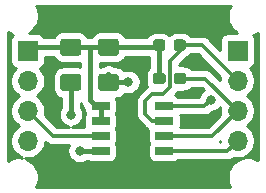
<source format=gbr>
G04 #@! TF.GenerationSoftware,KiCad,Pcbnew,5.1.5+dfsg1-2build2*
G04 #@! TF.CreationDate,2021-08-24T21:55:17+05:30*
G04 #@! TF.ProjectId,AS5600-Encoder-PCB,41533536-3030-42d4-956e-636f6465722d,rev?*
G04 #@! TF.SameCoordinates,Original*
G04 #@! TF.FileFunction,Copper,L1,Top*
G04 #@! TF.FilePolarity,Positive*
%FSLAX46Y46*%
G04 Gerber Fmt 4.6, Leading zero omitted, Abs format (unit mm)*
G04 Created by KiCad (PCBNEW 5.1.5+dfsg1-2build2) date 2021-08-24 21:55:17*
%MOMM*%
%LPD*%
G04 APERTURE LIST*
%ADD10C,0.100000*%
%ADD11O,1.700000X1.700000*%
%ADD12R,1.700000X1.700000*%
%ADD13R,1.500000X0.650000*%
%ADD14C,0.800000*%
%ADD15C,0.400000*%
%ADD16C,0.300000*%
%ADD17C,0.254000*%
G04 APERTURE END LIST*
G04 #@! TA.AperFunction,SMDPad,CuDef*
D10*
G36*
X206075779Y-150386144D02*
G01*
X206098834Y-150389563D01*
X206121443Y-150395227D01*
X206143387Y-150403079D01*
X206164457Y-150413044D01*
X206184448Y-150425026D01*
X206203168Y-150438910D01*
X206220438Y-150454562D01*
X206236090Y-150471832D01*
X206249974Y-150490552D01*
X206261956Y-150510543D01*
X206271921Y-150531613D01*
X206279773Y-150553557D01*
X206285437Y-150576166D01*
X206288856Y-150599221D01*
X206290000Y-150622500D01*
X206290000Y-151097500D01*
X206288856Y-151120779D01*
X206285437Y-151143834D01*
X206279773Y-151166443D01*
X206271921Y-151188387D01*
X206261956Y-151209457D01*
X206249974Y-151229448D01*
X206236090Y-151248168D01*
X206220438Y-151265438D01*
X206203168Y-151281090D01*
X206184448Y-151294974D01*
X206164457Y-151306956D01*
X206143387Y-151316921D01*
X206121443Y-151324773D01*
X206098834Y-151330437D01*
X206075779Y-151333856D01*
X206052500Y-151335000D01*
X205477500Y-151335000D01*
X205454221Y-151333856D01*
X205431166Y-151330437D01*
X205408557Y-151324773D01*
X205386613Y-151316921D01*
X205365543Y-151306956D01*
X205345552Y-151294974D01*
X205326832Y-151281090D01*
X205309562Y-151265438D01*
X205293910Y-151248168D01*
X205280026Y-151229448D01*
X205268044Y-151209457D01*
X205258079Y-151188387D01*
X205250227Y-151166443D01*
X205244563Y-151143834D01*
X205241144Y-151120779D01*
X205240000Y-151097500D01*
X205240000Y-150622500D01*
X205241144Y-150599221D01*
X205244563Y-150576166D01*
X205250227Y-150553557D01*
X205258079Y-150531613D01*
X205268044Y-150510543D01*
X205280026Y-150490552D01*
X205293910Y-150471832D01*
X205309562Y-150454562D01*
X205326832Y-150438910D01*
X205345552Y-150425026D01*
X205365543Y-150413044D01*
X205386613Y-150403079D01*
X205408557Y-150395227D01*
X205431166Y-150389563D01*
X205454221Y-150386144D01*
X205477500Y-150385000D01*
X206052500Y-150385000D01*
X206075779Y-150386144D01*
G37*
G04 #@! TD.AperFunction*
G04 #@! TA.AperFunction,SMDPad,CuDef*
G36*
X204325779Y-150386144D02*
G01*
X204348834Y-150389563D01*
X204371443Y-150395227D01*
X204393387Y-150403079D01*
X204414457Y-150413044D01*
X204434448Y-150425026D01*
X204453168Y-150438910D01*
X204470438Y-150454562D01*
X204486090Y-150471832D01*
X204499974Y-150490552D01*
X204511956Y-150510543D01*
X204521921Y-150531613D01*
X204529773Y-150553557D01*
X204535437Y-150576166D01*
X204538856Y-150599221D01*
X204540000Y-150622500D01*
X204540000Y-151097500D01*
X204538856Y-151120779D01*
X204535437Y-151143834D01*
X204529773Y-151166443D01*
X204521921Y-151188387D01*
X204511956Y-151209457D01*
X204499974Y-151229448D01*
X204486090Y-151248168D01*
X204470438Y-151265438D01*
X204453168Y-151281090D01*
X204434448Y-151294974D01*
X204414457Y-151306956D01*
X204393387Y-151316921D01*
X204371443Y-151324773D01*
X204348834Y-151330437D01*
X204325779Y-151333856D01*
X204302500Y-151335000D01*
X203727500Y-151335000D01*
X203704221Y-151333856D01*
X203681166Y-151330437D01*
X203658557Y-151324773D01*
X203636613Y-151316921D01*
X203615543Y-151306956D01*
X203595552Y-151294974D01*
X203576832Y-151281090D01*
X203559562Y-151265438D01*
X203543910Y-151248168D01*
X203530026Y-151229448D01*
X203518044Y-151209457D01*
X203508079Y-151188387D01*
X203500227Y-151166443D01*
X203494563Y-151143834D01*
X203491144Y-151120779D01*
X203490000Y-151097500D01*
X203490000Y-150622500D01*
X203491144Y-150599221D01*
X203494563Y-150576166D01*
X203500227Y-150553557D01*
X203508079Y-150531613D01*
X203518044Y-150510543D01*
X203530026Y-150490552D01*
X203543910Y-150471832D01*
X203559562Y-150454562D01*
X203576832Y-150438910D01*
X203595552Y-150425026D01*
X203615543Y-150413044D01*
X203636613Y-150403079D01*
X203658557Y-150395227D01*
X203681166Y-150389563D01*
X203704221Y-150386144D01*
X203727500Y-150385000D01*
X204302500Y-150385000D01*
X204325779Y-150386144D01*
G37*
G04 #@! TD.AperFunction*
G04 #@! TA.AperFunction,SMDPad,CuDef*
G36*
X206095779Y-153216144D02*
G01*
X206118834Y-153219563D01*
X206141443Y-153225227D01*
X206163387Y-153233079D01*
X206184457Y-153243044D01*
X206204448Y-153255026D01*
X206223168Y-153268910D01*
X206240438Y-153284562D01*
X206256090Y-153301832D01*
X206269974Y-153320552D01*
X206281956Y-153340543D01*
X206291921Y-153361613D01*
X206299773Y-153383557D01*
X206305437Y-153406166D01*
X206308856Y-153429221D01*
X206310000Y-153452500D01*
X206310000Y-153927500D01*
X206308856Y-153950779D01*
X206305437Y-153973834D01*
X206299773Y-153996443D01*
X206291921Y-154018387D01*
X206281956Y-154039457D01*
X206269974Y-154059448D01*
X206256090Y-154078168D01*
X206240438Y-154095438D01*
X206223168Y-154111090D01*
X206204448Y-154124974D01*
X206184457Y-154136956D01*
X206163387Y-154146921D01*
X206141443Y-154154773D01*
X206118834Y-154160437D01*
X206095779Y-154163856D01*
X206072500Y-154165000D01*
X205497500Y-154165000D01*
X205474221Y-154163856D01*
X205451166Y-154160437D01*
X205428557Y-154154773D01*
X205406613Y-154146921D01*
X205385543Y-154136956D01*
X205365552Y-154124974D01*
X205346832Y-154111090D01*
X205329562Y-154095438D01*
X205313910Y-154078168D01*
X205300026Y-154059448D01*
X205288044Y-154039457D01*
X205278079Y-154018387D01*
X205270227Y-153996443D01*
X205264563Y-153973834D01*
X205261144Y-153950779D01*
X205260000Y-153927500D01*
X205260000Y-153452500D01*
X205261144Y-153429221D01*
X205264563Y-153406166D01*
X205270227Y-153383557D01*
X205278079Y-153361613D01*
X205288044Y-153340543D01*
X205300026Y-153320552D01*
X205313910Y-153301832D01*
X205329562Y-153284562D01*
X205346832Y-153268910D01*
X205365552Y-153255026D01*
X205385543Y-153243044D01*
X205406613Y-153233079D01*
X205428557Y-153225227D01*
X205451166Y-153219563D01*
X205474221Y-153216144D01*
X205497500Y-153215000D01*
X206072500Y-153215000D01*
X206095779Y-153216144D01*
G37*
G04 #@! TD.AperFunction*
G04 #@! TA.AperFunction,SMDPad,CuDef*
G36*
X204345779Y-153216144D02*
G01*
X204368834Y-153219563D01*
X204391443Y-153225227D01*
X204413387Y-153233079D01*
X204434457Y-153243044D01*
X204454448Y-153255026D01*
X204473168Y-153268910D01*
X204490438Y-153284562D01*
X204506090Y-153301832D01*
X204519974Y-153320552D01*
X204531956Y-153340543D01*
X204541921Y-153361613D01*
X204549773Y-153383557D01*
X204555437Y-153406166D01*
X204558856Y-153429221D01*
X204560000Y-153452500D01*
X204560000Y-153927500D01*
X204558856Y-153950779D01*
X204555437Y-153973834D01*
X204549773Y-153996443D01*
X204541921Y-154018387D01*
X204531956Y-154039457D01*
X204519974Y-154059448D01*
X204506090Y-154078168D01*
X204490438Y-154095438D01*
X204473168Y-154111090D01*
X204454448Y-154124974D01*
X204434457Y-154136956D01*
X204413387Y-154146921D01*
X204391443Y-154154773D01*
X204368834Y-154160437D01*
X204345779Y-154163856D01*
X204322500Y-154165000D01*
X203747500Y-154165000D01*
X203724221Y-154163856D01*
X203701166Y-154160437D01*
X203678557Y-154154773D01*
X203656613Y-154146921D01*
X203635543Y-154136956D01*
X203615552Y-154124974D01*
X203596832Y-154111090D01*
X203579562Y-154095438D01*
X203563910Y-154078168D01*
X203550026Y-154059448D01*
X203538044Y-154039457D01*
X203528079Y-154018387D01*
X203520227Y-153996443D01*
X203514563Y-153973834D01*
X203511144Y-153950779D01*
X203510000Y-153927500D01*
X203510000Y-153452500D01*
X203511144Y-153429221D01*
X203514563Y-153406166D01*
X203520227Y-153383557D01*
X203528079Y-153361613D01*
X203538044Y-153340543D01*
X203550026Y-153320552D01*
X203563910Y-153301832D01*
X203579562Y-153284562D01*
X203596832Y-153268910D01*
X203615552Y-153255026D01*
X203635543Y-153243044D01*
X203656613Y-153233079D01*
X203678557Y-153225227D01*
X203701166Y-153219563D01*
X203724221Y-153216144D01*
X203747500Y-153215000D01*
X204322500Y-153215000D01*
X204345779Y-153216144D01*
G37*
G04 #@! TD.AperFunction*
D11*
X192890000Y-158970000D03*
X192890000Y-156430000D03*
X192890000Y-153890000D03*
D12*
X192890000Y-151350000D03*
G04 #@! TA.AperFunction,SMDPad,CuDef*
D10*
G36*
X197179504Y-153306204D02*
G01*
X197203773Y-153309804D01*
X197227571Y-153315765D01*
X197250671Y-153324030D01*
X197272849Y-153334520D01*
X197293893Y-153347133D01*
X197313598Y-153361747D01*
X197331777Y-153378223D01*
X197348253Y-153396402D01*
X197362867Y-153416107D01*
X197375480Y-153437151D01*
X197385970Y-153459329D01*
X197394235Y-153482429D01*
X197400196Y-153506227D01*
X197403796Y-153530496D01*
X197405000Y-153555000D01*
X197405000Y-154480000D01*
X197403796Y-154504504D01*
X197400196Y-154528773D01*
X197394235Y-154552571D01*
X197385970Y-154575671D01*
X197375480Y-154597849D01*
X197362867Y-154618893D01*
X197348253Y-154638598D01*
X197331777Y-154656777D01*
X197313598Y-154673253D01*
X197293893Y-154687867D01*
X197272849Y-154700480D01*
X197250671Y-154710970D01*
X197227571Y-154719235D01*
X197203773Y-154725196D01*
X197179504Y-154728796D01*
X197155000Y-154730000D01*
X195905000Y-154730000D01*
X195880496Y-154728796D01*
X195856227Y-154725196D01*
X195832429Y-154719235D01*
X195809329Y-154710970D01*
X195787151Y-154700480D01*
X195766107Y-154687867D01*
X195746402Y-154673253D01*
X195728223Y-154656777D01*
X195711747Y-154638598D01*
X195697133Y-154618893D01*
X195684520Y-154597849D01*
X195674030Y-154575671D01*
X195665765Y-154552571D01*
X195659804Y-154528773D01*
X195656204Y-154504504D01*
X195655000Y-154480000D01*
X195655000Y-153555000D01*
X195656204Y-153530496D01*
X195659804Y-153506227D01*
X195665765Y-153482429D01*
X195674030Y-153459329D01*
X195684520Y-153437151D01*
X195697133Y-153416107D01*
X195711747Y-153396402D01*
X195728223Y-153378223D01*
X195746402Y-153361747D01*
X195766107Y-153347133D01*
X195787151Y-153334520D01*
X195809329Y-153324030D01*
X195832429Y-153315765D01*
X195856227Y-153309804D01*
X195880496Y-153306204D01*
X195905000Y-153305000D01*
X197155000Y-153305000D01*
X197179504Y-153306204D01*
G37*
G04 #@! TD.AperFunction*
G04 #@! TA.AperFunction,SMDPad,CuDef*
G36*
X197179504Y-150331204D02*
G01*
X197203773Y-150334804D01*
X197227571Y-150340765D01*
X197250671Y-150349030D01*
X197272849Y-150359520D01*
X197293893Y-150372133D01*
X197313598Y-150386747D01*
X197331777Y-150403223D01*
X197348253Y-150421402D01*
X197362867Y-150441107D01*
X197375480Y-150462151D01*
X197385970Y-150484329D01*
X197394235Y-150507429D01*
X197400196Y-150531227D01*
X197403796Y-150555496D01*
X197405000Y-150580000D01*
X197405000Y-151505000D01*
X197403796Y-151529504D01*
X197400196Y-151553773D01*
X197394235Y-151577571D01*
X197385970Y-151600671D01*
X197375480Y-151622849D01*
X197362867Y-151643893D01*
X197348253Y-151663598D01*
X197331777Y-151681777D01*
X197313598Y-151698253D01*
X197293893Y-151712867D01*
X197272849Y-151725480D01*
X197250671Y-151735970D01*
X197227571Y-151744235D01*
X197203773Y-151750196D01*
X197179504Y-151753796D01*
X197155000Y-151755000D01*
X195905000Y-151755000D01*
X195880496Y-151753796D01*
X195856227Y-151750196D01*
X195832429Y-151744235D01*
X195809329Y-151735970D01*
X195787151Y-151725480D01*
X195766107Y-151712867D01*
X195746402Y-151698253D01*
X195728223Y-151681777D01*
X195711747Y-151663598D01*
X195697133Y-151643893D01*
X195684520Y-151622849D01*
X195674030Y-151600671D01*
X195665765Y-151577571D01*
X195659804Y-151553773D01*
X195656204Y-151529504D01*
X195655000Y-151505000D01*
X195655000Y-150580000D01*
X195656204Y-150555496D01*
X195659804Y-150531227D01*
X195665765Y-150507429D01*
X195674030Y-150484329D01*
X195684520Y-150462151D01*
X195697133Y-150441107D01*
X195711747Y-150421402D01*
X195728223Y-150403223D01*
X195746402Y-150386747D01*
X195766107Y-150372133D01*
X195787151Y-150359520D01*
X195809329Y-150349030D01*
X195832429Y-150340765D01*
X195856227Y-150334804D01*
X195880496Y-150331204D01*
X195905000Y-150330000D01*
X197155000Y-150330000D01*
X197179504Y-150331204D01*
G37*
G04 #@! TD.AperFunction*
G04 #@! TA.AperFunction,SMDPad,CuDef*
G36*
X200379504Y-150331204D02*
G01*
X200403773Y-150334804D01*
X200427571Y-150340765D01*
X200450671Y-150349030D01*
X200472849Y-150359520D01*
X200493893Y-150372133D01*
X200513598Y-150386747D01*
X200531777Y-150403223D01*
X200548253Y-150421402D01*
X200562867Y-150441107D01*
X200575480Y-150462151D01*
X200585970Y-150484329D01*
X200594235Y-150507429D01*
X200600196Y-150531227D01*
X200603796Y-150555496D01*
X200605000Y-150580000D01*
X200605000Y-151505000D01*
X200603796Y-151529504D01*
X200600196Y-151553773D01*
X200594235Y-151577571D01*
X200585970Y-151600671D01*
X200575480Y-151622849D01*
X200562867Y-151643893D01*
X200548253Y-151663598D01*
X200531777Y-151681777D01*
X200513598Y-151698253D01*
X200493893Y-151712867D01*
X200472849Y-151725480D01*
X200450671Y-151735970D01*
X200427571Y-151744235D01*
X200403773Y-151750196D01*
X200379504Y-151753796D01*
X200355000Y-151755000D01*
X199105000Y-151755000D01*
X199080496Y-151753796D01*
X199056227Y-151750196D01*
X199032429Y-151744235D01*
X199009329Y-151735970D01*
X198987151Y-151725480D01*
X198966107Y-151712867D01*
X198946402Y-151698253D01*
X198928223Y-151681777D01*
X198911747Y-151663598D01*
X198897133Y-151643893D01*
X198884520Y-151622849D01*
X198874030Y-151600671D01*
X198865765Y-151577571D01*
X198859804Y-151553773D01*
X198856204Y-151529504D01*
X198855000Y-151505000D01*
X198855000Y-150580000D01*
X198856204Y-150555496D01*
X198859804Y-150531227D01*
X198865765Y-150507429D01*
X198874030Y-150484329D01*
X198884520Y-150462151D01*
X198897133Y-150441107D01*
X198911747Y-150421402D01*
X198928223Y-150403223D01*
X198946402Y-150386747D01*
X198966107Y-150372133D01*
X198987151Y-150359520D01*
X199009329Y-150349030D01*
X199032429Y-150340765D01*
X199056227Y-150334804D01*
X199080496Y-150331204D01*
X199105000Y-150330000D01*
X200355000Y-150330000D01*
X200379504Y-150331204D01*
G37*
G04 #@! TD.AperFunction*
G04 #@! TA.AperFunction,SMDPad,CuDef*
G36*
X200379504Y-153306204D02*
G01*
X200403773Y-153309804D01*
X200427571Y-153315765D01*
X200450671Y-153324030D01*
X200472849Y-153334520D01*
X200493893Y-153347133D01*
X200513598Y-153361747D01*
X200531777Y-153378223D01*
X200548253Y-153396402D01*
X200562867Y-153416107D01*
X200575480Y-153437151D01*
X200585970Y-153459329D01*
X200594235Y-153482429D01*
X200600196Y-153506227D01*
X200603796Y-153530496D01*
X200605000Y-153555000D01*
X200605000Y-154480000D01*
X200603796Y-154504504D01*
X200600196Y-154528773D01*
X200594235Y-154552571D01*
X200585970Y-154575671D01*
X200575480Y-154597849D01*
X200562867Y-154618893D01*
X200548253Y-154638598D01*
X200531777Y-154656777D01*
X200513598Y-154673253D01*
X200493893Y-154687867D01*
X200472849Y-154700480D01*
X200450671Y-154710970D01*
X200427571Y-154719235D01*
X200403773Y-154725196D01*
X200379504Y-154728796D01*
X200355000Y-154730000D01*
X199105000Y-154730000D01*
X199080496Y-154728796D01*
X199056227Y-154725196D01*
X199032429Y-154719235D01*
X199009329Y-154710970D01*
X198987151Y-154700480D01*
X198966107Y-154687867D01*
X198946402Y-154673253D01*
X198928223Y-154656777D01*
X198911747Y-154638598D01*
X198897133Y-154618893D01*
X198884520Y-154597849D01*
X198874030Y-154575671D01*
X198865765Y-154552571D01*
X198859804Y-154528773D01*
X198856204Y-154504504D01*
X198855000Y-154480000D01*
X198855000Y-153555000D01*
X198856204Y-153530496D01*
X198859804Y-153506227D01*
X198865765Y-153482429D01*
X198874030Y-153459329D01*
X198884520Y-153437151D01*
X198897133Y-153416107D01*
X198911747Y-153396402D01*
X198928223Y-153378223D01*
X198946402Y-153361747D01*
X198966107Y-153347133D01*
X198987151Y-153334520D01*
X199009329Y-153324030D01*
X199032429Y-153315765D01*
X199056227Y-153309804D01*
X199080496Y-153306204D01*
X199105000Y-153305000D01*
X200355000Y-153305000D01*
X200379504Y-153306204D01*
G37*
G04 #@! TD.AperFunction*
D11*
X210660000Y-158950000D03*
X210660000Y-156410000D03*
X210660000Y-153870000D03*
D12*
X210660000Y-151330000D03*
D13*
X204462360Y-156011880D03*
X204462360Y-157281880D03*
X204462360Y-158551880D03*
X204462360Y-159821880D03*
X199062360Y-159821880D03*
X199062360Y-158551880D03*
X199062360Y-157281880D03*
X199062360Y-156011880D03*
D14*
X196545200Y-156738320D03*
X201416920Y-153979880D03*
X197279260Y-159819340D03*
X208386680Y-155473400D03*
D15*
X193197500Y-151042500D02*
X192890000Y-151350000D01*
X196530000Y-151042500D02*
X193197500Y-151042500D01*
X196530000Y-151042500D02*
X198101080Y-151042500D01*
X198101080Y-151042500D02*
X199730000Y-151042500D01*
X198637360Y-156011880D02*
X199062360Y-156011880D01*
X198155560Y-155530080D02*
X198637360Y-156011880D01*
X198155560Y-151096980D02*
X198155560Y-155530080D01*
X198101080Y-151042500D02*
X198155560Y-151096980D01*
X199062360Y-156011880D02*
X199062360Y-157281880D01*
X203832500Y-151042500D02*
X204015000Y-150860000D01*
X199730000Y-151042500D02*
X203832500Y-151042500D01*
X204015000Y-153670000D02*
X204035000Y-153690000D01*
X204015000Y-150860000D02*
X204015000Y-153670000D01*
X196177500Y-153890000D02*
X196540000Y-153527500D01*
X196530000Y-154017500D02*
X196530000Y-156723120D01*
X196530000Y-156723120D02*
X196545200Y-156738320D01*
X199730000Y-154017500D02*
X199730000Y-153305000D01*
X201379300Y-154017500D02*
X201416920Y-153979880D01*
X199730000Y-154017500D02*
X201379300Y-154017500D01*
X197281800Y-159821880D02*
X197279260Y-159819340D01*
X199062360Y-159821880D02*
X197281800Y-159821880D01*
D16*
X204462360Y-156011880D02*
X207848200Y-156011880D01*
X207848200Y-156011880D02*
X208386680Y-155473400D01*
X210660000Y-154400000D02*
X210660000Y-153870000D01*
X207650000Y-150860000D02*
X206377500Y-150860000D01*
X210660000Y-153870000D02*
X207650000Y-150860000D01*
X202854560Y-156724080D02*
X203412360Y-157281880D01*
X203412360Y-157281880D02*
X204462360Y-157281880D01*
X202854560Y-155600400D02*
X202854560Y-156724080D01*
X204332840Y-155023820D02*
X203431140Y-155023820D01*
X204910000Y-152190000D02*
X204910000Y-154446660D01*
X204910000Y-154446660D02*
X204332840Y-155023820D01*
X205765000Y-151335000D02*
X204910000Y-152190000D01*
X203431140Y-155023820D02*
X202854560Y-155600400D01*
X205765000Y-150860000D02*
X205765000Y-151335000D01*
X208518120Y-158551880D02*
X204462360Y-158551880D01*
X210660000Y-156410000D02*
X208518120Y-158551880D01*
X205785000Y-153690000D02*
X207940000Y-153690000D01*
X207940000Y-153690000D02*
X210660000Y-156410000D01*
X210055000Y-159555000D02*
X210660000Y-158950000D01*
X209788120Y-159821880D02*
X210660000Y-158950000D01*
X204462360Y-159821880D02*
X209788120Y-159821880D01*
X195011880Y-158551880D02*
X192890000Y-156430000D01*
X199062360Y-158551880D02*
X195011880Y-158551880D01*
D17*
G36*
X212396001Y-160610963D02*
G01*
X212306487Y-160551152D01*
X211999836Y-160424134D01*
X211674298Y-160359380D01*
X211342382Y-160359380D01*
X211016844Y-160424134D01*
X210710193Y-160551152D01*
X210434215Y-160735555D01*
X210199515Y-160970255D01*
X210015112Y-161246233D01*
X209888094Y-161552884D01*
X209823340Y-161878422D01*
X209823340Y-162210338D01*
X209888094Y-162535876D01*
X210015112Y-162842527D01*
X210030796Y-162866000D01*
X193610764Y-162866000D01*
X193626448Y-162842527D01*
X193753466Y-162535876D01*
X193818220Y-162210338D01*
X193818220Y-161878422D01*
X193753466Y-161552884D01*
X193626448Y-161246233D01*
X193442045Y-160970255D01*
X193207345Y-160735555D01*
X192931367Y-160551152D01*
X192658114Y-160437968D01*
X192743740Y-160455000D01*
X193036260Y-160455000D01*
X193323158Y-160397932D01*
X193593411Y-160285990D01*
X193836632Y-160123475D01*
X194043475Y-159916632D01*
X194205990Y-159673411D01*
X194317932Y-159403158D01*
X194375000Y-159116260D01*
X194375000Y-159025158D01*
X194429538Y-159079696D01*
X194454116Y-159109644D01*
X194484064Y-159134222D01*
X194484067Y-159134225D01*
X194513439Y-159158330D01*
X194573647Y-159207742D01*
X194710020Y-159280634D01*
X194823552Y-159315074D01*
X194857992Y-159325521D01*
X194872370Y-159326937D01*
X194973319Y-159336880D01*
X194973326Y-159336880D01*
X195011879Y-159340677D01*
X195050432Y-159336880D01*
X196358826Y-159336880D01*
X196284034Y-159517442D01*
X196244260Y-159717401D01*
X196244260Y-159921279D01*
X196284034Y-160121238D01*
X196362055Y-160309596D01*
X196475323Y-160479114D01*
X196619486Y-160623277D01*
X196789004Y-160736545D01*
X196977362Y-160814566D01*
X197177321Y-160854340D01*
X197381199Y-160854340D01*
X197581158Y-160814566D01*
X197769516Y-160736545D01*
X197888743Y-160656880D01*
X197932842Y-160656880D01*
X197957866Y-160677417D01*
X198068180Y-160736382D01*
X198187878Y-160772692D01*
X198312360Y-160784952D01*
X199812360Y-160784952D01*
X199936842Y-160772692D01*
X200056540Y-160736382D01*
X200166854Y-160677417D01*
X200263545Y-160598065D01*
X200342897Y-160501374D01*
X200401862Y-160391060D01*
X200438172Y-160271362D01*
X200450432Y-160146880D01*
X200450432Y-159496880D01*
X200438172Y-159372398D01*
X200401862Y-159252700D01*
X200366680Y-159186880D01*
X200401862Y-159121060D01*
X200438172Y-159001362D01*
X200450432Y-158876880D01*
X200450432Y-158226880D01*
X200438172Y-158102398D01*
X200401862Y-157982700D01*
X200366680Y-157916880D01*
X200401862Y-157851060D01*
X200438172Y-157731362D01*
X200450432Y-157606880D01*
X200450432Y-156956880D01*
X200438172Y-156832398D01*
X200401862Y-156712700D01*
X200366680Y-156646880D01*
X200401862Y-156581060D01*
X200438172Y-156461362D01*
X200450432Y-156336880D01*
X200450432Y-155686880D01*
X200438172Y-155562398D01*
X200401862Y-155442700D01*
X200361623Y-155367420D01*
X200528254Y-155351008D01*
X200694850Y-155300472D01*
X200848386Y-155218405D01*
X200982962Y-155107962D01*
X201093405Y-154973386D01*
X201096571Y-154967463D01*
X201115022Y-154975106D01*
X201314981Y-155014880D01*
X201518859Y-155014880D01*
X201718818Y-154975106D01*
X201907176Y-154897085D01*
X202076694Y-154783817D01*
X202220857Y-154639654D01*
X202334125Y-154470136D01*
X202412146Y-154281778D01*
X202451920Y-154081819D01*
X202451920Y-153877941D01*
X202412146Y-153677982D01*
X202334125Y-153489624D01*
X202220857Y-153320106D01*
X202076694Y-153175943D01*
X201907176Y-153062675D01*
X201718818Y-152984654D01*
X201518859Y-152944880D01*
X201314981Y-152944880D01*
X201115022Y-152984654D01*
X201051753Y-153010861D01*
X200982962Y-152927038D01*
X200848386Y-152816595D01*
X200694850Y-152734528D01*
X200528254Y-152683992D01*
X200355000Y-152666928D01*
X200268725Y-152666928D01*
X200196146Y-152607364D01*
X200051087Y-152529828D01*
X199893689Y-152482082D01*
X199730000Y-152465960D01*
X199566312Y-152482082D01*
X199408914Y-152529828D01*
X199263855Y-152607364D01*
X199191276Y-152666928D01*
X199105000Y-152666928D01*
X198990560Y-152678199D01*
X198990560Y-152381801D01*
X199105000Y-152393072D01*
X200355000Y-152393072D01*
X200528254Y-152376008D01*
X200694850Y-152325472D01*
X200848386Y-152243405D01*
X200982962Y-152132962D01*
X201093405Y-151998386D01*
X201158020Y-151877500D01*
X203180000Y-151877500D01*
X203180001Y-152791010D01*
X203128377Y-152833377D01*
X203019488Y-152966058D01*
X202938577Y-153117433D01*
X202888752Y-153281684D01*
X202871928Y-153452500D01*
X202871928Y-153927500D01*
X202888752Y-154098316D01*
X202938577Y-154262567D01*
X202994464Y-154367126D01*
X202992907Y-154367958D01*
X202968930Y-154387636D01*
X202903327Y-154441475D01*
X202903324Y-154441478D01*
X202873376Y-154466056D01*
X202848797Y-154496005D01*
X202326749Y-155018054D01*
X202296796Y-155042636D01*
X202198698Y-155162168D01*
X202125806Y-155298541D01*
X202080919Y-155446514D01*
X202069560Y-155561840D01*
X202069560Y-155561847D01*
X202065763Y-155600400D01*
X202069560Y-155638953D01*
X202069561Y-156685518D01*
X202065763Y-156724080D01*
X202080919Y-156877966D01*
X202125806Y-157025939D01*
X202143695Y-157059406D01*
X202198699Y-157162313D01*
X202220819Y-157189266D01*
X202272215Y-157251892D01*
X202272219Y-157251896D01*
X202296797Y-157281844D01*
X202326745Y-157306422D01*
X202830017Y-157809695D01*
X202854596Y-157839644D01*
X202884544Y-157864222D01*
X202884547Y-157864225D01*
X202897885Y-157875171D01*
X202974127Y-157937742D01*
X203110500Y-158010634D01*
X203114057Y-158011713D01*
X203086548Y-158102398D01*
X203074288Y-158226880D01*
X203074288Y-158876880D01*
X203086548Y-159001362D01*
X203122858Y-159121060D01*
X203158040Y-159186880D01*
X203122858Y-159252700D01*
X203086548Y-159372398D01*
X203074288Y-159496880D01*
X203074288Y-160146880D01*
X203086548Y-160271362D01*
X203122858Y-160391060D01*
X203181823Y-160501374D01*
X203261175Y-160598065D01*
X203357866Y-160677417D01*
X203468180Y-160736382D01*
X203587878Y-160772692D01*
X203712360Y-160784952D01*
X205212360Y-160784952D01*
X205336842Y-160772692D01*
X205456540Y-160736382D01*
X205566854Y-160677417D01*
X205652804Y-160606880D01*
X209749567Y-160606880D01*
X209788120Y-160610677D01*
X209826673Y-160606880D01*
X209826681Y-160606880D01*
X209942007Y-160595521D01*
X210089980Y-160550634D01*
X210226353Y-160477742D01*
X210324339Y-160397326D01*
X210513740Y-160435000D01*
X210806260Y-160435000D01*
X211093158Y-160377932D01*
X211363411Y-160265990D01*
X211606632Y-160103475D01*
X211813475Y-159896632D01*
X211975990Y-159653411D01*
X212087932Y-159383158D01*
X212145000Y-159096260D01*
X212145000Y-158803740D01*
X212087932Y-158516842D01*
X211975990Y-158246589D01*
X211813475Y-158003368D01*
X211606632Y-157796525D01*
X211432240Y-157680000D01*
X211606632Y-157563475D01*
X211813475Y-157356632D01*
X211975990Y-157113411D01*
X212087932Y-156843158D01*
X212145000Y-156556260D01*
X212145000Y-156263740D01*
X212087932Y-155976842D01*
X211975990Y-155706589D01*
X211813475Y-155463368D01*
X211606632Y-155256525D01*
X211432240Y-155140000D01*
X211606632Y-155023475D01*
X211813475Y-154816632D01*
X211975990Y-154573411D01*
X212087932Y-154303158D01*
X212145000Y-154016260D01*
X212145000Y-153723740D01*
X212087932Y-153436842D01*
X211975990Y-153166589D01*
X211813475Y-152923368D01*
X211681620Y-152791513D01*
X211754180Y-152769502D01*
X211864494Y-152710537D01*
X211961185Y-152631185D01*
X212040537Y-152534494D01*
X212099502Y-152424180D01*
X212135812Y-152304482D01*
X212148072Y-152180000D01*
X212148072Y-150480000D01*
X212135812Y-150355518D01*
X212099502Y-150235820D01*
X212040537Y-150125506D01*
X211961185Y-150028815D01*
X211954848Y-150023615D01*
X211999836Y-150014666D01*
X212306487Y-149887648D01*
X212396000Y-149827837D01*
X212396001Y-160610963D01*
G37*
X212396001Y-160610963D02*
X212306487Y-160551152D01*
X211999836Y-160424134D01*
X211674298Y-160359380D01*
X211342382Y-160359380D01*
X211016844Y-160424134D01*
X210710193Y-160551152D01*
X210434215Y-160735555D01*
X210199515Y-160970255D01*
X210015112Y-161246233D01*
X209888094Y-161552884D01*
X209823340Y-161878422D01*
X209823340Y-162210338D01*
X209888094Y-162535876D01*
X210015112Y-162842527D01*
X210030796Y-162866000D01*
X193610764Y-162866000D01*
X193626448Y-162842527D01*
X193753466Y-162535876D01*
X193818220Y-162210338D01*
X193818220Y-161878422D01*
X193753466Y-161552884D01*
X193626448Y-161246233D01*
X193442045Y-160970255D01*
X193207345Y-160735555D01*
X192931367Y-160551152D01*
X192658114Y-160437968D01*
X192743740Y-160455000D01*
X193036260Y-160455000D01*
X193323158Y-160397932D01*
X193593411Y-160285990D01*
X193836632Y-160123475D01*
X194043475Y-159916632D01*
X194205990Y-159673411D01*
X194317932Y-159403158D01*
X194375000Y-159116260D01*
X194375000Y-159025158D01*
X194429538Y-159079696D01*
X194454116Y-159109644D01*
X194484064Y-159134222D01*
X194484067Y-159134225D01*
X194513439Y-159158330D01*
X194573647Y-159207742D01*
X194710020Y-159280634D01*
X194823552Y-159315074D01*
X194857992Y-159325521D01*
X194872370Y-159326937D01*
X194973319Y-159336880D01*
X194973326Y-159336880D01*
X195011879Y-159340677D01*
X195050432Y-159336880D01*
X196358826Y-159336880D01*
X196284034Y-159517442D01*
X196244260Y-159717401D01*
X196244260Y-159921279D01*
X196284034Y-160121238D01*
X196362055Y-160309596D01*
X196475323Y-160479114D01*
X196619486Y-160623277D01*
X196789004Y-160736545D01*
X196977362Y-160814566D01*
X197177321Y-160854340D01*
X197381199Y-160854340D01*
X197581158Y-160814566D01*
X197769516Y-160736545D01*
X197888743Y-160656880D01*
X197932842Y-160656880D01*
X197957866Y-160677417D01*
X198068180Y-160736382D01*
X198187878Y-160772692D01*
X198312360Y-160784952D01*
X199812360Y-160784952D01*
X199936842Y-160772692D01*
X200056540Y-160736382D01*
X200166854Y-160677417D01*
X200263545Y-160598065D01*
X200342897Y-160501374D01*
X200401862Y-160391060D01*
X200438172Y-160271362D01*
X200450432Y-160146880D01*
X200450432Y-159496880D01*
X200438172Y-159372398D01*
X200401862Y-159252700D01*
X200366680Y-159186880D01*
X200401862Y-159121060D01*
X200438172Y-159001362D01*
X200450432Y-158876880D01*
X200450432Y-158226880D01*
X200438172Y-158102398D01*
X200401862Y-157982700D01*
X200366680Y-157916880D01*
X200401862Y-157851060D01*
X200438172Y-157731362D01*
X200450432Y-157606880D01*
X200450432Y-156956880D01*
X200438172Y-156832398D01*
X200401862Y-156712700D01*
X200366680Y-156646880D01*
X200401862Y-156581060D01*
X200438172Y-156461362D01*
X200450432Y-156336880D01*
X200450432Y-155686880D01*
X200438172Y-155562398D01*
X200401862Y-155442700D01*
X200361623Y-155367420D01*
X200528254Y-155351008D01*
X200694850Y-155300472D01*
X200848386Y-155218405D01*
X200982962Y-155107962D01*
X201093405Y-154973386D01*
X201096571Y-154967463D01*
X201115022Y-154975106D01*
X201314981Y-155014880D01*
X201518859Y-155014880D01*
X201718818Y-154975106D01*
X201907176Y-154897085D01*
X202076694Y-154783817D01*
X202220857Y-154639654D01*
X202334125Y-154470136D01*
X202412146Y-154281778D01*
X202451920Y-154081819D01*
X202451920Y-153877941D01*
X202412146Y-153677982D01*
X202334125Y-153489624D01*
X202220857Y-153320106D01*
X202076694Y-153175943D01*
X201907176Y-153062675D01*
X201718818Y-152984654D01*
X201518859Y-152944880D01*
X201314981Y-152944880D01*
X201115022Y-152984654D01*
X201051753Y-153010861D01*
X200982962Y-152927038D01*
X200848386Y-152816595D01*
X200694850Y-152734528D01*
X200528254Y-152683992D01*
X200355000Y-152666928D01*
X200268725Y-152666928D01*
X200196146Y-152607364D01*
X200051087Y-152529828D01*
X199893689Y-152482082D01*
X199730000Y-152465960D01*
X199566312Y-152482082D01*
X199408914Y-152529828D01*
X199263855Y-152607364D01*
X199191276Y-152666928D01*
X199105000Y-152666928D01*
X198990560Y-152678199D01*
X198990560Y-152381801D01*
X199105000Y-152393072D01*
X200355000Y-152393072D01*
X200528254Y-152376008D01*
X200694850Y-152325472D01*
X200848386Y-152243405D01*
X200982962Y-152132962D01*
X201093405Y-151998386D01*
X201158020Y-151877500D01*
X203180000Y-151877500D01*
X203180001Y-152791010D01*
X203128377Y-152833377D01*
X203019488Y-152966058D01*
X202938577Y-153117433D01*
X202888752Y-153281684D01*
X202871928Y-153452500D01*
X202871928Y-153927500D01*
X202888752Y-154098316D01*
X202938577Y-154262567D01*
X202994464Y-154367126D01*
X202992907Y-154367958D01*
X202968930Y-154387636D01*
X202903327Y-154441475D01*
X202903324Y-154441478D01*
X202873376Y-154466056D01*
X202848797Y-154496005D01*
X202326749Y-155018054D01*
X202296796Y-155042636D01*
X202198698Y-155162168D01*
X202125806Y-155298541D01*
X202080919Y-155446514D01*
X202069560Y-155561840D01*
X202069560Y-155561847D01*
X202065763Y-155600400D01*
X202069560Y-155638953D01*
X202069561Y-156685518D01*
X202065763Y-156724080D01*
X202080919Y-156877966D01*
X202125806Y-157025939D01*
X202143695Y-157059406D01*
X202198699Y-157162313D01*
X202220819Y-157189266D01*
X202272215Y-157251892D01*
X202272219Y-157251896D01*
X202296797Y-157281844D01*
X202326745Y-157306422D01*
X202830017Y-157809695D01*
X202854596Y-157839644D01*
X202884544Y-157864222D01*
X202884547Y-157864225D01*
X202897885Y-157875171D01*
X202974127Y-157937742D01*
X203110500Y-158010634D01*
X203114057Y-158011713D01*
X203086548Y-158102398D01*
X203074288Y-158226880D01*
X203074288Y-158876880D01*
X203086548Y-159001362D01*
X203122858Y-159121060D01*
X203158040Y-159186880D01*
X203122858Y-159252700D01*
X203086548Y-159372398D01*
X203074288Y-159496880D01*
X203074288Y-160146880D01*
X203086548Y-160271362D01*
X203122858Y-160391060D01*
X203181823Y-160501374D01*
X203261175Y-160598065D01*
X203357866Y-160677417D01*
X203468180Y-160736382D01*
X203587878Y-160772692D01*
X203712360Y-160784952D01*
X205212360Y-160784952D01*
X205336842Y-160772692D01*
X205456540Y-160736382D01*
X205566854Y-160677417D01*
X205652804Y-160606880D01*
X209749567Y-160606880D01*
X209788120Y-160610677D01*
X209826673Y-160606880D01*
X209826681Y-160606880D01*
X209942007Y-160595521D01*
X210089980Y-160550634D01*
X210226353Y-160477742D01*
X210324339Y-160397326D01*
X210513740Y-160435000D01*
X210806260Y-160435000D01*
X211093158Y-160377932D01*
X211363411Y-160265990D01*
X211606632Y-160103475D01*
X211813475Y-159896632D01*
X211975990Y-159653411D01*
X212087932Y-159383158D01*
X212145000Y-159096260D01*
X212145000Y-158803740D01*
X212087932Y-158516842D01*
X211975990Y-158246589D01*
X211813475Y-158003368D01*
X211606632Y-157796525D01*
X211432240Y-157680000D01*
X211606632Y-157563475D01*
X211813475Y-157356632D01*
X211975990Y-157113411D01*
X212087932Y-156843158D01*
X212145000Y-156556260D01*
X212145000Y-156263740D01*
X212087932Y-155976842D01*
X211975990Y-155706589D01*
X211813475Y-155463368D01*
X211606632Y-155256525D01*
X211432240Y-155140000D01*
X211606632Y-155023475D01*
X211813475Y-154816632D01*
X211975990Y-154573411D01*
X212087932Y-154303158D01*
X212145000Y-154016260D01*
X212145000Y-153723740D01*
X212087932Y-153436842D01*
X211975990Y-153166589D01*
X211813475Y-152923368D01*
X211681620Y-152791513D01*
X211754180Y-152769502D01*
X211864494Y-152710537D01*
X211961185Y-152631185D01*
X212040537Y-152534494D01*
X212099502Y-152424180D01*
X212135812Y-152304482D01*
X212148072Y-152180000D01*
X212148072Y-150480000D01*
X212135812Y-150355518D01*
X212099502Y-150235820D01*
X212040537Y-150125506D01*
X211961185Y-150028815D01*
X211954848Y-150023615D01*
X211999836Y-150014666D01*
X212306487Y-149887648D01*
X212396000Y-149827837D01*
X212396001Y-160610963D01*
G36*
X191355393Y-149872408D02*
G01*
X191653373Y-149995834D01*
X191588815Y-150048815D01*
X191509463Y-150145506D01*
X191450498Y-150255820D01*
X191414188Y-150375518D01*
X191401928Y-150500000D01*
X191401928Y-152200000D01*
X191414188Y-152324482D01*
X191450498Y-152444180D01*
X191509463Y-152554494D01*
X191588815Y-152651185D01*
X191685506Y-152730537D01*
X191795820Y-152789502D01*
X191868380Y-152811513D01*
X191736525Y-152943368D01*
X191574010Y-153186589D01*
X191462068Y-153456842D01*
X191405000Y-153743740D01*
X191405000Y-154036260D01*
X191462068Y-154323158D01*
X191574010Y-154593411D01*
X191736525Y-154836632D01*
X191943368Y-155043475D01*
X192117760Y-155160000D01*
X191943368Y-155276525D01*
X191736525Y-155483368D01*
X191574010Y-155726589D01*
X191462068Y-155996842D01*
X191405000Y-156283740D01*
X191405000Y-156576260D01*
X191462068Y-156863158D01*
X191574010Y-157133411D01*
X191736525Y-157376632D01*
X191943368Y-157583475D01*
X192117760Y-157700000D01*
X191943368Y-157816525D01*
X191736525Y-158023368D01*
X191574010Y-158266589D01*
X191462068Y-158536842D01*
X191405000Y-158823740D01*
X191405000Y-159116260D01*
X191462068Y-159403158D01*
X191574010Y-159673411D01*
X191736525Y-159916632D01*
X191943368Y-160123475D01*
X192186589Y-160285990D01*
X192423444Y-160384098D01*
X192299178Y-160359380D01*
X191967262Y-160359380D01*
X191641724Y-160424134D01*
X191335073Y-160551152D01*
X191210000Y-160634723D01*
X191210000Y-149775259D01*
X191355393Y-149872408D01*
G37*
X191355393Y-149872408D02*
X191653373Y-149995834D01*
X191588815Y-150048815D01*
X191509463Y-150145506D01*
X191450498Y-150255820D01*
X191414188Y-150375518D01*
X191401928Y-150500000D01*
X191401928Y-152200000D01*
X191414188Y-152324482D01*
X191450498Y-152444180D01*
X191509463Y-152554494D01*
X191588815Y-152651185D01*
X191685506Y-152730537D01*
X191795820Y-152789502D01*
X191868380Y-152811513D01*
X191736525Y-152943368D01*
X191574010Y-153186589D01*
X191462068Y-153456842D01*
X191405000Y-153743740D01*
X191405000Y-154036260D01*
X191462068Y-154323158D01*
X191574010Y-154593411D01*
X191736525Y-154836632D01*
X191943368Y-155043475D01*
X192117760Y-155160000D01*
X191943368Y-155276525D01*
X191736525Y-155483368D01*
X191574010Y-155726589D01*
X191462068Y-155996842D01*
X191405000Y-156283740D01*
X191405000Y-156576260D01*
X191462068Y-156863158D01*
X191574010Y-157133411D01*
X191736525Y-157376632D01*
X191943368Y-157583475D01*
X192117760Y-157700000D01*
X191943368Y-157816525D01*
X191736525Y-158023368D01*
X191574010Y-158266589D01*
X191462068Y-158536842D01*
X191405000Y-158823740D01*
X191405000Y-159116260D01*
X191462068Y-159403158D01*
X191574010Y-159673411D01*
X191736525Y-159916632D01*
X191943368Y-160123475D01*
X192186589Y-160285990D01*
X192423444Y-160384098D01*
X192299178Y-160359380D01*
X191967262Y-160359380D01*
X191641724Y-160424134D01*
X191335073Y-160551152D01*
X191210000Y-160634723D01*
X191210000Y-149775259D01*
X191355393Y-149872408D01*
G36*
X209175000Y-159036880D02*
G01*
X209143277Y-159036880D01*
X209175000Y-159005157D01*
X209175000Y-159036880D01*
G37*
X209175000Y-159036880D02*
X209143277Y-159036880D01*
X209175000Y-159005157D01*
X209175000Y-159036880D01*
G36*
X195166595Y-151998386D02*
G01*
X195277038Y-152132962D01*
X195411614Y-152243405D01*
X195565150Y-152325472D01*
X195731746Y-152376008D01*
X195905000Y-152393072D01*
X197155000Y-152393072D01*
X197320560Y-152376766D01*
X197320560Y-152683234D01*
X197155000Y-152666928D01*
X195905000Y-152666928D01*
X195731746Y-152683992D01*
X195565150Y-152734528D01*
X195411614Y-152816595D01*
X195277038Y-152927038D01*
X195166595Y-153061614D01*
X195084528Y-153215150D01*
X195033992Y-153381746D01*
X195016928Y-153555000D01*
X195016928Y-154480000D01*
X195033992Y-154653254D01*
X195084528Y-154819850D01*
X195166595Y-154973386D01*
X195277038Y-155107962D01*
X195411614Y-155218405D01*
X195565150Y-155300472D01*
X195695000Y-155339861D01*
X195695001Y-156147782D01*
X195627995Y-156248064D01*
X195549974Y-156436422D01*
X195510200Y-156636381D01*
X195510200Y-156840259D01*
X195549974Y-157040218D01*
X195627995Y-157228576D01*
X195741263Y-157398094D01*
X195885426Y-157542257D01*
X196054944Y-157655525D01*
X196243302Y-157733546D01*
X196410885Y-157766880D01*
X195337038Y-157766880D01*
X194337075Y-156766918D01*
X194375000Y-156576260D01*
X194375000Y-156283740D01*
X194317932Y-155996842D01*
X194205990Y-155726589D01*
X194043475Y-155483368D01*
X193836632Y-155276525D01*
X193662240Y-155160000D01*
X193836632Y-155043475D01*
X194043475Y-154836632D01*
X194205990Y-154593411D01*
X194317932Y-154323158D01*
X194375000Y-154036260D01*
X194375000Y-153743740D01*
X194317932Y-153456842D01*
X194205990Y-153186589D01*
X194043475Y-152943368D01*
X193911620Y-152811513D01*
X193984180Y-152789502D01*
X194094494Y-152730537D01*
X194191185Y-152651185D01*
X194270537Y-152554494D01*
X194329502Y-152444180D01*
X194365812Y-152324482D01*
X194378072Y-152200000D01*
X194378072Y-151877500D01*
X195101980Y-151877500D01*
X195166595Y-151998386D01*
G37*
X195166595Y-151998386D02*
X195277038Y-152132962D01*
X195411614Y-152243405D01*
X195565150Y-152325472D01*
X195731746Y-152376008D01*
X195905000Y-152393072D01*
X197155000Y-152393072D01*
X197320560Y-152376766D01*
X197320560Y-152683234D01*
X197155000Y-152666928D01*
X195905000Y-152666928D01*
X195731746Y-152683992D01*
X195565150Y-152734528D01*
X195411614Y-152816595D01*
X195277038Y-152927038D01*
X195166595Y-153061614D01*
X195084528Y-153215150D01*
X195033992Y-153381746D01*
X195016928Y-153555000D01*
X195016928Y-154480000D01*
X195033992Y-154653254D01*
X195084528Y-154819850D01*
X195166595Y-154973386D01*
X195277038Y-155107962D01*
X195411614Y-155218405D01*
X195565150Y-155300472D01*
X195695000Y-155339861D01*
X195695001Y-156147782D01*
X195627995Y-156248064D01*
X195549974Y-156436422D01*
X195510200Y-156636381D01*
X195510200Y-156840259D01*
X195549974Y-157040218D01*
X195627995Y-157228576D01*
X195741263Y-157398094D01*
X195885426Y-157542257D01*
X196054944Y-157655525D01*
X196243302Y-157733546D01*
X196410885Y-157766880D01*
X195337038Y-157766880D01*
X194337075Y-156766918D01*
X194375000Y-156576260D01*
X194375000Y-156283740D01*
X194317932Y-155996842D01*
X194205990Y-155726589D01*
X194043475Y-155483368D01*
X193836632Y-155276525D01*
X193662240Y-155160000D01*
X193836632Y-155043475D01*
X194043475Y-154836632D01*
X194205990Y-154593411D01*
X194317932Y-154323158D01*
X194375000Y-154036260D01*
X194375000Y-153743740D01*
X194317932Y-153456842D01*
X194205990Y-153186589D01*
X194043475Y-152943368D01*
X193911620Y-152811513D01*
X193984180Y-152789502D01*
X194094494Y-152730537D01*
X194191185Y-152651185D01*
X194270537Y-152554494D01*
X194329502Y-152444180D01*
X194365812Y-152324482D01*
X194378072Y-152200000D01*
X194378072Y-151877500D01*
X195101980Y-151877500D01*
X195166595Y-151998386D01*
G36*
X209175000Y-156263740D02*
G01*
X209175000Y-156556260D01*
X209212925Y-156746918D01*
X208192963Y-157766880D01*
X205827398Y-157766880D01*
X205838172Y-157731362D01*
X205850432Y-157606880D01*
X205850432Y-156956880D01*
X205838172Y-156832398D01*
X205827398Y-156796880D01*
X207809647Y-156796880D01*
X207848200Y-156800677D01*
X207886753Y-156796880D01*
X207886761Y-156796880D01*
X208002087Y-156785521D01*
X208150060Y-156740634D01*
X208286433Y-156667742D01*
X208405964Y-156569644D01*
X208430547Y-156539690D01*
X208461837Y-156508400D01*
X208488619Y-156508400D01*
X208688578Y-156468626D01*
X208876936Y-156390605D01*
X209046454Y-156277337D01*
X209190617Y-156133174D01*
X209205360Y-156111109D01*
X209175000Y-156263740D01*
G37*
X209175000Y-156263740D02*
X209175000Y-156556260D01*
X209212925Y-156746918D01*
X208192963Y-157766880D01*
X205827398Y-157766880D01*
X205838172Y-157731362D01*
X205850432Y-157606880D01*
X205850432Y-156956880D01*
X205838172Y-156832398D01*
X205827398Y-156796880D01*
X207809647Y-156796880D01*
X207848200Y-156800677D01*
X207886753Y-156796880D01*
X207886761Y-156796880D01*
X208002087Y-156785521D01*
X208150060Y-156740634D01*
X208286433Y-156667742D01*
X208405964Y-156569644D01*
X208430547Y-156539690D01*
X208461837Y-156508400D01*
X208488619Y-156508400D01*
X208688578Y-156468626D01*
X208876936Y-156390605D01*
X209046454Y-156277337D01*
X209190617Y-156133174D01*
X209205360Y-156111109D01*
X209175000Y-156263740D01*
G36*
X197380388Y-155851166D02*
G01*
X197457924Y-155996225D01*
X197462017Y-156001212D01*
X197562270Y-156123371D01*
X197594134Y-156149521D01*
X197674288Y-156229675D01*
X197674288Y-156336880D01*
X197686548Y-156461362D01*
X197722858Y-156581060D01*
X197758040Y-156646880D01*
X197722858Y-156712700D01*
X197686548Y-156832398D01*
X197674288Y-156956880D01*
X197674288Y-157606880D01*
X197686548Y-157731362D01*
X197697322Y-157766880D01*
X196679515Y-157766880D01*
X196847098Y-157733546D01*
X197035456Y-157655525D01*
X197204974Y-157542257D01*
X197349137Y-157398094D01*
X197462405Y-157228576D01*
X197540426Y-157040218D01*
X197580200Y-156840259D01*
X197580200Y-156636381D01*
X197540426Y-156436422D01*
X197462405Y-156248064D01*
X197365000Y-156102287D01*
X197365000Y-155800438D01*
X197380388Y-155851166D01*
G37*
X197380388Y-155851166D02*
X197457924Y-155996225D01*
X197462017Y-156001212D01*
X197562270Y-156123371D01*
X197594134Y-156149521D01*
X197674288Y-156229675D01*
X197674288Y-156336880D01*
X197686548Y-156461362D01*
X197722858Y-156581060D01*
X197758040Y-156646880D01*
X197722858Y-156712700D01*
X197686548Y-156832398D01*
X197674288Y-156956880D01*
X197674288Y-157606880D01*
X197686548Y-157731362D01*
X197697322Y-157766880D01*
X196679515Y-157766880D01*
X196847098Y-157733546D01*
X197035456Y-157655525D01*
X197204974Y-157542257D01*
X197349137Y-157398094D01*
X197462405Y-157228576D01*
X197540426Y-157040218D01*
X197580200Y-156840259D01*
X197580200Y-156636381D01*
X197540426Y-156436422D01*
X197462405Y-156248064D01*
X197365000Y-156102287D01*
X197365000Y-155800438D01*
X197380388Y-155851166D01*
G36*
X207776301Y-154636458D02*
G01*
X207726906Y-154669463D01*
X207582743Y-154813626D01*
X207469475Y-154983144D01*
X207391454Y-155171502D01*
X207380439Y-155226880D01*
X205652804Y-155226880D01*
X205566854Y-155156343D01*
X205456540Y-155097378D01*
X205389712Y-155077106D01*
X205437815Y-155029003D01*
X205467764Y-155004424D01*
X205565862Y-154884893D01*
X205609596Y-154803072D01*
X206072500Y-154803072D01*
X206243316Y-154786248D01*
X206407567Y-154736423D01*
X206558942Y-154655512D01*
X206691623Y-154546623D01*
X206750403Y-154475000D01*
X207614843Y-154475000D01*
X207776301Y-154636458D01*
G37*
X207776301Y-154636458D02*
X207726906Y-154669463D01*
X207582743Y-154813626D01*
X207469475Y-154983144D01*
X207391454Y-155171502D01*
X207380439Y-155226880D01*
X205652804Y-155226880D01*
X205566854Y-155156343D01*
X205456540Y-155097378D01*
X205389712Y-155077106D01*
X205437815Y-155029003D01*
X205467764Y-155004424D01*
X205565862Y-154884893D01*
X205609596Y-154803072D01*
X206072500Y-154803072D01*
X206243316Y-154786248D01*
X206407567Y-154736423D01*
X206558942Y-154655512D01*
X206691623Y-154546623D01*
X206750403Y-154475000D01*
X207614843Y-154475000D01*
X207776301Y-154636458D01*
G36*
X209212925Y-153533082D02*
G01*
X209175000Y-153723740D01*
X209175000Y-153814843D01*
X208522347Y-153162190D01*
X208497764Y-153132236D01*
X208378233Y-153034138D01*
X208241860Y-152961246D01*
X208093887Y-152916359D01*
X207978561Y-152905000D01*
X207978553Y-152905000D01*
X207940000Y-152901203D01*
X207901447Y-152905000D01*
X206750403Y-152905000D01*
X206691623Y-152833377D01*
X206558942Y-152724488D01*
X206407567Y-152643577D01*
X206243316Y-152593752D01*
X206072500Y-152576928D01*
X205695000Y-152576928D01*
X205695000Y-152515157D01*
X206267230Y-151942927D01*
X206387567Y-151906423D01*
X206538942Y-151825512D01*
X206671623Y-151716623D01*
X206730403Y-151645000D01*
X207324843Y-151645000D01*
X209212925Y-153533082D01*
G37*
X209212925Y-153533082D02*
X209175000Y-153723740D01*
X209175000Y-153814843D01*
X208522347Y-153162190D01*
X208497764Y-153132236D01*
X208378233Y-153034138D01*
X208241860Y-152961246D01*
X208093887Y-152916359D01*
X207978561Y-152905000D01*
X207978553Y-152905000D01*
X207940000Y-152901203D01*
X207901447Y-152905000D01*
X206750403Y-152905000D01*
X206691623Y-152833377D01*
X206558942Y-152724488D01*
X206407567Y-152643577D01*
X206243316Y-152593752D01*
X206072500Y-152576928D01*
X205695000Y-152576928D01*
X205695000Y-152515157D01*
X206267230Y-151942927D01*
X206387567Y-151906423D01*
X206538942Y-151825512D01*
X206671623Y-151716623D01*
X206730403Y-151645000D01*
X207324843Y-151645000D01*
X209212925Y-153533082D01*
G36*
X210015112Y-147596273D02*
G01*
X209888094Y-147902924D01*
X209823340Y-148228462D01*
X209823340Y-148560378D01*
X209888094Y-148885916D01*
X210015112Y-149192567D01*
X210199515Y-149468545D01*
X210434215Y-149703245D01*
X210641768Y-149841928D01*
X209810000Y-149841928D01*
X209685518Y-149854188D01*
X209565820Y-149890498D01*
X209455506Y-149949463D01*
X209358815Y-150028815D01*
X209279463Y-150125506D01*
X209220498Y-150235820D01*
X209184188Y-150355518D01*
X209171928Y-150480000D01*
X209171928Y-151271771D01*
X208232347Y-150332190D01*
X208207764Y-150302236D01*
X208088233Y-150204138D01*
X207951860Y-150131246D01*
X207803887Y-150086359D01*
X207688561Y-150075000D01*
X207688553Y-150075000D01*
X207650000Y-150071203D01*
X207611447Y-150075000D01*
X206730403Y-150075000D01*
X206671623Y-150003377D01*
X206538942Y-149894488D01*
X206387567Y-149813577D01*
X206223316Y-149763752D01*
X206052500Y-149746928D01*
X205477500Y-149746928D01*
X205306684Y-149763752D01*
X205142433Y-149813577D01*
X204991058Y-149894488D01*
X204890000Y-149977425D01*
X204788942Y-149894488D01*
X204637567Y-149813577D01*
X204473316Y-149763752D01*
X204302500Y-149746928D01*
X203727500Y-149746928D01*
X203556684Y-149763752D01*
X203392433Y-149813577D01*
X203241058Y-149894488D01*
X203108377Y-150003377D01*
X202999488Y-150136058D01*
X202961302Y-150207500D01*
X201158020Y-150207500D01*
X201093405Y-150086614D01*
X200982962Y-149952038D01*
X200848386Y-149841595D01*
X200694850Y-149759528D01*
X200528254Y-149708992D01*
X200355000Y-149691928D01*
X199105000Y-149691928D01*
X198931746Y-149708992D01*
X198765150Y-149759528D01*
X198611614Y-149841595D01*
X198477038Y-149952038D01*
X198366595Y-150086614D01*
X198301980Y-150207500D01*
X198142098Y-150207500D01*
X198101080Y-150203460D01*
X198060062Y-150207500D01*
X197958020Y-150207500D01*
X197893405Y-150086614D01*
X197782962Y-149952038D01*
X197648386Y-149841595D01*
X197494850Y-149759528D01*
X197328254Y-149708992D01*
X197155000Y-149691928D01*
X195905000Y-149691928D01*
X195731746Y-149708992D01*
X195565150Y-149759528D01*
X195411614Y-149841595D01*
X195277038Y-149952038D01*
X195166595Y-150086614D01*
X195101980Y-150207500D01*
X194303674Y-150207500D01*
X194270537Y-150145506D01*
X194191185Y-150048815D01*
X194094494Y-149969463D01*
X193984180Y-149910498D01*
X193864482Y-149874188D01*
X193740000Y-149861928D01*
X192967371Y-149861928D01*
X193227665Y-149688005D01*
X193462365Y-149453305D01*
X193646768Y-149177327D01*
X193773786Y-148870676D01*
X193838540Y-148545138D01*
X193838540Y-148213222D01*
X193773786Y-147887684D01*
X193646768Y-147581033D01*
X193607323Y-147522000D01*
X210064740Y-147522000D01*
X210015112Y-147596273D01*
G37*
X210015112Y-147596273D02*
X209888094Y-147902924D01*
X209823340Y-148228462D01*
X209823340Y-148560378D01*
X209888094Y-148885916D01*
X210015112Y-149192567D01*
X210199515Y-149468545D01*
X210434215Y-149703245D01*
X210641768Y-149841928D01*
X209810000Y-149841928D01*
X209685518Y-149854188D01*
X209565820Y-149890498D01*
X209455506Y-149949463D01*
X209358815Y-150028815D01*
X209279463Y-150125506D01*
X209220498Y-150235820D01*
X209184188Y-150355518D01*
X209171928Y-150480000D01*
X209171928Y-151271771D01*
X208232347Y-150332190D01*
X208207764Y-150302236D01*
X208088233Y-150204138D01*
X207951860Y-150131246D01*
X207803887Y-150086359D01*
X207688561Y-150075000D01*
X207688553Y-150075000D01*
X207650000Y-150071203D01*
X207611447Y-150075000D01*
X206730403Y-150075000D01*
X206671623Y-150003377D01*
X206538942Y-149894488D01*
X206387567Y-149813577D01*
X206223316Y-149763752D01*
X206052500Y-149746928D01*
X205477500Y-149746928D01*
X205306684Y-149763752D01*
X205142433Y-149813577D01*
X204991058Y-149894488D01*
X204890000Y-149977425D01*
X204788942Y-149894488D01*
X204637567Y-149813577D01*
X204473316Y-149763752D01*
X204302500Y-149746928D01*
X203727500Y-149746928D01*
X203556684Y-149763752D01*
X203392433Y-149813577D01*
X203241058Y-149894488D01*
X203108377Y-150003377D01*
X202999488Y-150136058D01*
X202961302Y-150207500D01*
X201158020Y-150207500D01*
X201093405Y-150086614D01*
X200982962Y-149952038D01*
X200848386Y-149841595D01*
X200694850Y-149759528D01*
X200528254Y-149708992D01*
X200355000Y-149691928D01*
X199105000Y-149691928D01*
X198931746Y-149708992D01*
X198765150Y-149759528D01*
X198611614Y-149841595D01*
X198477038Y-149952038D01*
X198366595Y-150086614D01*
X198301980Y-150207500D01*
X198142098Y-150207500D01*
X198101080Y-150203460D01*
X198060062Y-150207500D01*
X197958020Y-150207500D01*
X197893405Y-150086614D01*
X197782962Y-149952038D01*
X197648386Y-149841595D01*
X197494850Y-149759528D01*
X197328254Y-149708992D01*
X197155000Y-149691928D01*
X195905000Y-149691928D01*
X195731746Y-149708992D01*
X195565150Y-149759528D01*
X195411614Y-149841595D01*
X195277038Y-149952038D01*
X195166595Y-150086614D01*
X195101980Y-150207500D01*
X194303674Y-150207500D01*
X194270537Y-150145506D01*
X194191185Y-150048815D01*
X194094494Y-149969463D01*
X193984180Y-149910498D01*
X193864482Y-149874188D01*
X193740000Y-149861928D01*
X192967371Y-149861928D01*
X193227665Y-149688005D01*
X193462365Y-149453305D01*
X193646768Y-149177327D01*
X193773786Y-148870676D01*
X193838540Y-148545138D01*
X193838540Y-148213222D01*
X193773786Y-147887684D01*
X193646768Y-147581033D01*
X193607323Y-147522000D01*
X210064740Y-147522000D01*
X210015112Y-147596273D01*
M02*

</source>
